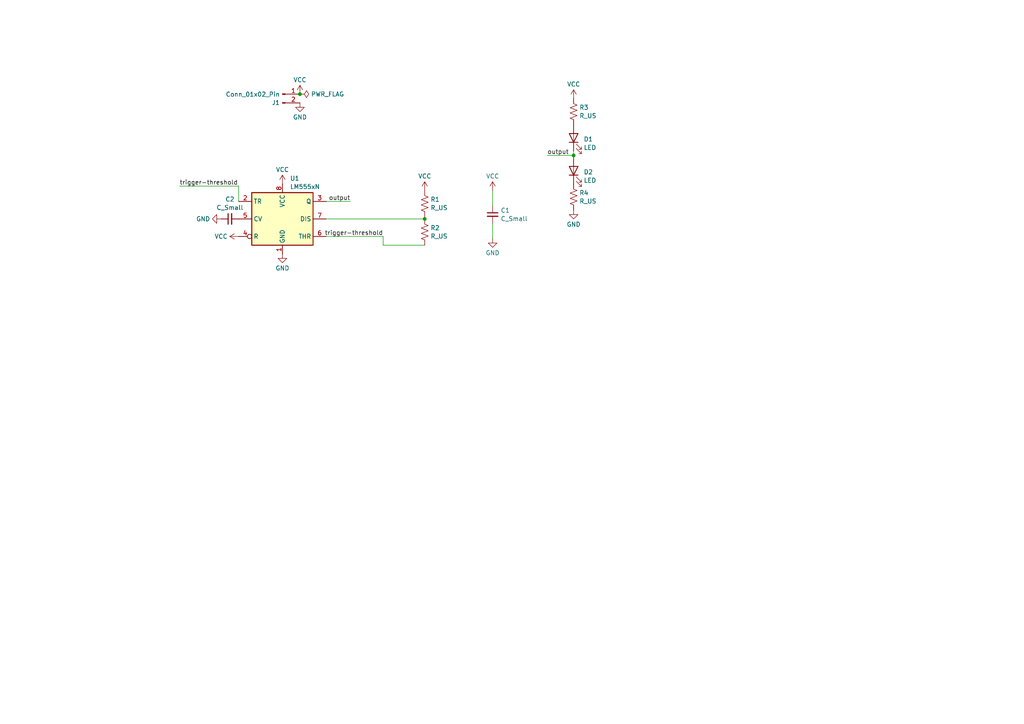
<source format=kicad_sch>
(kicad_sch (version 20231120) (generator "eeschema") (generator_version "8.0")
  (paper "A4")
  (title_block (title "LED Flasher") (date "2024-03-23") (rev "240323-1"))
  (lib_symbols
    (symbol "Connector:Conn_01x02_Pin" (pin_names (offset 1.016) hide)
      (property "Reference" "J" (at 0 2.54 0))
      (property "Value" "Conn_01x02_Pin" (at 0 -5.08 0))
      (symbol "Conn_01x02_Pin_1_1"
        (polyline (pts (xy 1.27 -2.54) (xy 0.8636 -2.54)) (stroke (width 0.1524)))
        (polyline (pts (xy 1.27 0) (xy 0.8636 0)) (stroke (width 0.1524)))
        (rectangle (start 0.8636 -2.413) (end 0 -2.667) (stroke (width 0.1524)) (fill (type outline)))
        (rectangle (start 0.8636 0.127) (end 0 -0.127) (stroke (width 0.1524)) (fill (type outline)))
        (pin passive line (at 5.08 0 180) (length 3.81) (name "Pin_1") (number "1"))
        (pin passive line (at 5.08 -2.54 180) (length 3.81) (name "Pin_2") (number "2"))
      )
    )
    (symbol "Device:C_Small" (pin_numbers hide) (pin_names (offset 0.254) hide)
      (property "Reference" "C" (at 0.254 1.778 0))
      (property "Value" "C_Small" (at 0.254 -2.032 0))
      (symbol "C_Small_0_1"
        (polyline (pts (xy -1.524 -0.508) (xy 1.524 -0.508)) (stroke (width 0.3302)))
        (polyline (pts (xy -1.524 0.508) (xy 1.524 0.508)) (stroke (width 0.3048)))
      )
      (symbol "C_Small_1_1"
        (pin passive line (at 0 2.54 270) (length 2.032) (name "~") (number "1"))
        (pin passive line (at 0 -2.54 90) (length 2.032) (name "~") (number "2"))
      )
    )
    (symbol "Device:LED" (pin_numbers hide) (pin_names (offset 1.016) hide)
      (property "Reference" "D" (at 0 2.54 0))
      (property "Value" "LED" (at 0 -2.54 0))
      (symbol "LED_0_1"
        (polyline (pts (xy -1.27 -1.27) (xy -1.27 1.27)) (stroke (width 0.254)))
        (polyline (pts (xy -1.27 0) (xy 1.27 0)))
        (polyline (pts (xy 1.27 -1.27) (xy 1.27 1.27) (xy -1.27 0) (xy 1.27 -1.27)) (stroke (width 0.254)))
        (polyline (pts (xy -3.048 -0.762) (xy -4.572 -2.286) (xy -3.81 -2.286) (xy -4.572 -2.286) (xy -4.572 -1.524)))
        (polyline (pts (xy -1.778 -0.762) (xy -3.302 -2.286) (xy -2.54 -2.286) (xy -3.302 -2.286) (xy -3.302 -1.524)))
      )
      (symbol "LED_1_1"
        (pin passive line (at -3.81 0 0) (length 2.54) (name "K") (number "1"))
        (pin passive line (at 3.81 0 180) (length 2.54) (name "A") (number "2"))
      )
    )
    (symbol "Device:R_US" (pin_numbers hide) (pin_names (offset 0))
      (property "Reference" "R" (at 2.54 0 90))
      (property "Value" "R_US" (at -2.54 0 90))
      (symbol "R_US_0_1"
        (polyline (pts (xy 0 -2.286) (xy 0 -2.54)))
        (polyline (pts (xy 0 2.286) (xy 0 2.54)))
        (polyline (pts (xy 0 -0.762) (xy 1.016 -1.143) (xy 0 -1.524) (xy -1.016 -1.905) (xy 0 -2.286)))
        (polyline (pts (xy 0 0.762) (xy 1.016 0.381) (xy 0 0) (xy -1.016 -0.381) (xy 0 -0.762)))
        (polyline (pts (xy 0 2.286) (xy 1.016 1.905) (xy 0 1.524) (xy -1.016 1.143) (xy 0 0.762)))
      )
      (symbol "R_US_1_1"
        (pin passive line (at 0 3.81 270) (length 1.27) (name "~") (number "1"))
        (pin passive line (at 0 -3.81 90) (length 1.27) (name "~") (number "2"))
      )
    )
    (symbol "Timer:LM555xN"
      (property "Reference" "U" (at -10.16 8.89 0))
      (property "Value" "LM555xN" (at 2.54 8.89 0))
      (symbol "LM555xN_0_0"
        (pin power_in line (at 0 -10.16 90) (length 2.54) (name "GND") (number "1"))
        (pin power_in line (at 0 10.16 270) (length 2.54) (name "VCC") (number "8"))
      )
      (symbol "LM555xN_0_1"
        (rectangle (start -8.89 -7.62) (end 8.89 7.62) (stroke (width 0.254)) (fill (type background)))
        (rectangle (start -8.89 -7.62) (end 8.89 7.62) (stroke (width 0.254)) (fill (type background)))
      )
      (symbol "LM555xN_1_1"
        (pin input line (at -12.7 5.08 0) (length 3.81) (name "TR") (number "2"))
        (pin output line (at 12.7 5.08 180) (length 3.81) (name "Q") (number "3"))
        (pin input inverted (at -12.7 -5.08 0) (length 3.81) (name "R") (number "4"))
        (pin input line (at -12.7 0 0) (length 3.81) (name "CV") (number "5"))
        (pin input line (at 12.7 -5.08 180) (length 3.81) (name "THR") (number "6"))
        (pin input line (at 12.7 0 180) (length 3.81) (name "DIS") (number "7"))
      )
    )
    (symbol "power:GND" (power) (pin_names (offset 0))
      (property "Value" "GND" (at 0 -3.81 0))
      (symbol "GND_0_1"
        (polyline (pts (xy 0 0) (xy 0 -1.27) (xy 1.27 -1.27) (xy 0 -2.54) (xy -1.27 -1.27) (xy 0 -1.27)))
      )
      (symbol "GND_1_1"
        (pin power_in line (at 0 0 270) (length 0) hide (name "GND") (number "1"))
      )
    )
    (symbol "power:PWR_FLAG" (power) (pin_numbers hide) (pin_names (offset 0) hide)
      (property "Value" "PWR_FLAG" (at 0 3.81 0))
      (symbol "PWR_FLAG_0_0"
        (pin power_out line (at 0 0 90) (length 0) (name "pwr") (number "1"))
      )
      (symbol "PWR_FLAG_0_1"
        (polyline (pts (xy 0 0) (xy 0 1.27) (xy -1.016 1.905) (xy 0 2.54) (xy 1.016 1.905) (xy 0 1.27)))
      )
    )
    (symbol "power:VCC" (power) (pin_names (offset 0))
      (property "Value" "VCC" (at 0 3.81 0))
      (symbol "VCC_0_1"
        (polyline (pts (xy -0.762 1.27) (xy 0 2.54)))
        (polyline (pts (xy 0 0) (xy 0 2.54)))
        (polyline (pts (xy 0 2.54) (xy 0.762 1.27)))
      )
      (symbol "VCC_1_1"
        (pin power_in line (at 0 0 90) (length 0) hide (name "VCC") (number "1"))
      )
    )
  )
  (junction (at 166.37 45.085))
  (junction (at 86.995 27.305))
  (junction (at 123.19 63.5))
  (wire (pts (xy 166.37 45.085) (xy 166.37 45.72)))
  (wire (pts (xy 101.6 58.42) (xy 94.615 58.42)))
  (wire (pts (xy 52.07 53.975) (xy 69.215 53.975)))
  (wire (pts (xy 142.875 55.245) (xy 142.875 59.69)))
  (wire (pts (xy 158.75 45.085) (xy 166.37 45.085)))
  (wire (pts (xy 142.875 64.77) (xy 142.875 69.215)))
  (wire (pts (xy 94.615 63.5) (xy 123.19 63.5)))
  (wire (pts (xy 123.19 63.5) (xy 123.19 62.865)))
  (wire (pts (xy 94.615 68.58) (xy 111.125 68.58)))
  (wire (pts (xy 166.37 43.815) (xy 166.37 45.085)))
  (wire (pts (xy 111.125 68.58) (xy 111.125 71.12)))
  (wire (pts (xy 111.125 71.12) (xy 123.19 71.12)))
  (wire (pts (xy 69.215 53.975) (xy 69.215 58.42)))
  (label "trigger-threshold" (at 111.125 68.58 180))
  (label "trigger-threshold" (at 52.07 53.975 0))
  (label "output" (at 158.75 45.085 0))
  (label "output" (at 101.6 58.42 180))
  (symbol (lib_id "power:GND") (at 86.995 29.845 0) (unit 1)
    (property "Reference" "#PWR011" (effects (hide yes)))
    (property "Value" "GND" (at 86.995 33.9781 0))
  )
  (symbol (lib_id "power:VCC") (at 86.995 27.305 0) (unit 1)
    (property "Reference" "#PWR010" (effects (hide yes)))
    (property "Value" "VCC" (at 86.995 23.1719 0))
  )
  (symbol (lib_id "power:GND") (at 64.135 63.5 270) (unit 1)
    (property "Reference" "#PWR07" (effects (hide yes)))
    (property "Value" "GND" (at 60.9601 63.5 90) (effects (justify right)))
  )
  (symbol (lib_id "power:VCC") (at 69.215 68.58 90) (unit 1)
    (property "Reference" "#PWR05" (effects (hide yes)))
    (property "Value" "VCC" (at 66.04 68.58 90) (effects (justify left)))
  )
  (symbol (lib_id "Device:R_US") (at 166.37 57.15 0) (unit 1)
    (property "Reference" "R4" (at 168.021 55.9379 0) (effects (justify left)))
    (property "Value" "R_US" (at 168.021 58.3621 0) (effects (justify left)))
    (property "Footprint" "Resistor_THT:R_Axial_DIN0411_L9.9mm_D3.6mm_P15.24mm_Horizontal" (effects (hide yes)))
  )
  (symbol (lib_id "power:VCC") (at 81.915 53.34 0) (unit 1)
    (property "Reference" "#PWR01" (effects (hide yes)))
    (property "Value" "VCC" (at 81.915 49.2069 0))
  )
  (symbol (lib_id "power:PWR_FLAG") (at 86.995 27.305 270) (unit 1)
    (property "Reference" "#FLG01" (effects (hide yes)))
    (property "Value" "PWR_FLAG" (at 90.1699 27.305 90) (effects (justify left)))
  )
  (symbol (lib_id "Device:R_US") (at 123.19 59.055 0) (unit 1)
    (property "Reference" "R1" (at 124.841 57.8429 0) (effects (justify left)))
    (property "Value" "R_US" (at 124.841 60.2671 0) (effects (justify left)))
    (property "Footprint" "Resistor_THT:R_Axial_DIN0411_L9.9mm_D3.6mm_P15.24mm_Horizontal" (effects (hide yes)))
  )
  (symbol (lib_id "power:GND") (at 81.915 73.66 0) (unit 1)
    (property "Reference" "#PWR06" (effects (hide yes)))
    (property "Value" "GND" (at 81.915 77.7931 0))
  )
  (symbol (lib_id "Device:C_Small") (at 66.675 63.5 90) (unit 1)
    (property "Reference" "C2" (at 66.6813 57.7936 90))
    (property "Value" "C_Small" (at 66.6813 60.2178 90))
    (property "Footprint" "Capacitor_THT:CP_Radial_D5.0mm_P2.50mm" (effects (hide yes)))
  )
  (symbol (lib_id "power:VCC") (at 142.875 55.245 0) (unit 1)
    (property "Reference" "#PWR03" (effects (hide yes)))
    (property "Value" "VCC" (at 142.875 51.1119 0))
  )
  (symbol (lib_id "Timer:LM555xN") (at 81.915 63.5 0) (unit 1)
    (property "Reference" "U1" (at 84.1091 51.7357 0) (effects (justify left)))
    (property "Value" "LM555xN" (at 84.1091 54.1599 0) (effects (justify left)))
    (property "Footprint" "Package_DIP:DIP-8_W7.62mm" (effects (hide yes)))
    (property "Datasheet" "http://www.ti.com/lit/ds/symlink/lm555.pdf" (effects (hide yes)))
  )
  (symbol (lib_id "power:GND") (at 166.37 60.96 0) (unit 1)
    (property "Reference" "#PWR08" (effects (hide yes)))
    (property "Value" "GND" (at 166.37 65.0931 0))
  )
  (symbol (lib_id "Device:C_Small") (at 142.875 62.23 0) (unit 1)
    (property "Reference" "C1" (at 145.1991 61.0242 0) (effects (justify left)))
    (property "Value" "C_Small" (at 145.1991 63.4484 0) (effects (justify left)))
    (property "Footprint" "Capacitor_THT:CP_Radial_D5.0mm_P2.50mm" (effects (hide yes)))
  )
  (symbol (lib_id "Device:LED") (at 166.37 40.005 90) (unit 1)
    (property "Reference" "D1" (at 169.291 40.3804 90) (effects (justify right)))
    (property "Value" "LED" (at 169.291 42.8046 90) (effects (justify right)))
    (property "Footprint" "LED_THT:LED_D5.0mm_Clear" (effects (hide yes)))
  )
  (symbol (lib_id "Connector:Conn_01x02_Pin") (at 81.915 27.305 0) (unit 1)
    (property "Reference" "J1" (at 81.2038 29.7871 0) (effects (justify right)))
    (property "Value" "Conn_01x02_Pin" (at 81.2038 27.3629 0) (effects (justify right)))
    (property "Footprint" "Connector_Wire:SolderWire-0.1sqmm_1x02_P3.6mm_D0.4mm_OD1mm" (effects (hide yes)))
  )
  (symbol (lib_id "power:GND") (at 142.875 69.215 0) (unit 1)
    (property "Reference" "#PWR04" (effects (hide yes)))
    (property "Value" "GND" (at 142.875 73.3481 0))
  )
  (symbol (lib_id "power:VCC") (at 123.19 55.245 0) (unit 1)
    (property "Reference" "#PWR02" (effects (hide yes)))
    (property "Value" "VCC" (at 123.19 51.1119 0))
  )
  (symbol (lib_id "Device:R_US") (at 123.19 67.31 0) (unit 1)
    (property "Reference" "R2" (at 124.841 66.0979 0) (effects (justify left)))
    (property "Value" "R_US" (at 124.841 68.5221 0) (effects (justify left)))
    (property "Footprint" "Resistor_THT:R_Axial_DIN0411_L9.9mm_D3.6mm_P15.24mm_Horizontal" (effects (hide yes)))
  )
  (symbol (lib_id "power:VCC") (at 166.37 28.575 0) (unit 1)
    (property "Reference" "#PWR09" (effects (hide yes)))
    (property "Value" "VCC" (at 166.37 24.4419 0))
  )
  (symbol (lib_id "Device:LED") (at 166.37 49.53 90) (unit 1)
    (property "Reference" "D2" (at 169.291 49.9054 90) (effects (justify right)))
    (property "Value" "LED" (at 169.291 52.3296 90) (effects (justify right)))
    (property "Footprint" "LED_THT:LED_D5.0mm_Clear" (effects (hide yes)))
  )
  (symbol (lib_id "Device:R_US") (at 166.37 32.385 0) (unit 1)
    (property "Reference" "R3" (at 168.021 31.1729 0) (effects (justify left)))
    (property "Value" "R_US" (at 168.021 33.5971 0) (effects (justify left)))
    (property "Footprint" "Resistor_THT:R_Axial_DIN0411_L9.9mm_D3.6mm_P15.24mm_Horizontal" (effects (hide yes)))
  )
)
</source>
